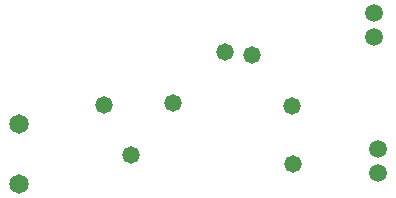
<source format=gbs>
G04*
G04 #@! TF.GenerationSoftware,Altium Limited,Altium Designer,25.0.2 (28)*
G04*
G04 Layer_Color=16711935*
%FSLAX44Y44*%
%MOMM*%
G71*
G04*
G04 #@! TF.SameCoordinates,4808E630-E1AA-40A3-BC65-94F3982335E7*
G04*
G04*
G04 #@! TF.FilePolarity,Negative*
G04*
G01*
G75*
%ADD42C,1.5032*%
%ADD43C,1.6532*%
%ADD44C,1.4732*%
D42*
X877570Y561020D02*
D03*
Y541020D02*
D03*
X881380Y445770D02*
D03*
Y425770D02*
D03*
D43*
X577520Y466800D02*
D03*
Y416800D02*
D03*
D44*
X808228Y482346D02*
D03*
X708000Y484734D02*
D03*
X751586Y528320D02*
D03*
X649130Y483421D02*
D03*
X809752Y433070D02*
D03*
X672338Y440690D02*
D03*
X774700Y525780D02*
D03*
M02*

</source>
